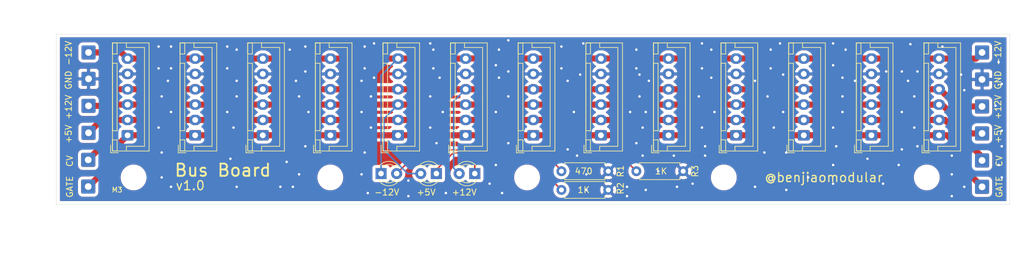
<source format=kicad_pcb>
(kicad_pcb (version 20171130) (host pcbnew 5.1.9+dfsg1-1~bpo10+1)
  (layers (0 F.Cu signal) (31 B.Cu signal) (34 B.Paste user) (35 F.Paste user) (36 B.SilkS user) (37 F.SilkS user) (38 B.Mask user) (39 F.Mask user) (44 Edge.Cuts user))
  (net 0 "")
  (net 1 "Net-(D1-Pad1)")
  (net 2 5V)
  (net 3 POS_12V)
  (net 4 "Net-(D2-Pad1)")
  (net 5 NEG_12V)
  (net 6 "Net-(D3-Pad2)")
  (net 7 GATE)
  (net 8 CV)
  (net 9 GND)
  (module LED_THT:LED_D3.0mm (layer F.Cu) (at 143.234 118.242 180)
    (fp_text reference D1 hide)
    (fp_text value LED)
    (pad 1 thru_hole rect (at 0 0 180) (size 1.8 1.8) (drill 0.9) (layers *.Cu *.Mask) (net 1 "Net-(D1-Pad1)"))
    (pad 2 thru_hole circle (at 2.54 0 180) (size 1.8 1.8) (drill 0.9) (layers *.Cu *.Mask) (net 2 5V))
  )
  (module LED_THT:LED_D3.0mm (layer F.Cu) (at 149.484 118.242 180)
    (fp_text reference D2 hide)
    (fp_text value LED)
    (pad 2 thru_hole circle (at 2.54 0 180) (size 1.8 1.8) (drill 0.9) (layers *.Cu *.Mask) (net 3 POS_12V))
    (pad 1 thru_hole rect (at 0 0 180) (size 1.8 1.8) (drill 0.9) (layers *.Cu *.Mask) (net 4 "Net-(D2-Pad1)"))
  )
  (module LED_THT:LED_D3.0mm (layer F.Cu) (at 134.234 118.242)
    (fp_text reference D3 hide)
    (fp_text value LED)
    (pad 1 thru_hole rect (at 0 0) (size 1.8 1.8) (drill 0.9) (layers *.Cu *.Mask) (net 5 NEG_12V))
    (pad 2 thru_hole circle (at 2.54 0) (size 1.8 1.8) (drill 0.9) (layers *.Cu *.Mask) (net 6 "Net-(D3-Pad2)"))
  )
  (module Connector_JST:JST_XH_B6B-XH-A_1x06_P2.50mm_Vertical (layer F.Cu) (at 93 112 90)
    (fp_text reference J3)
    (fp_text value Conn_01x06)
    (pad 1 thru_hole roundrect (at 0 0 90) (size 1.7 1.95) (drill 0.95) (layers *.Cu *.Mask) (roundrect_rratio 0.1470588235294118) (net 7 GATE))
    (pad 2 thru_hole oval (at 2.5 0 90) (size 1.7 1.95) (drill 0.95) (layers *.Cu *.Mask) (net 8 CV))
    (pad 3 thru_hole oval (at 5 0 90) (size 1.7 1.95) (drill 0.95) (layers *.Cu *.Mask) (net 2 5V))
    (pad 4 thru_hole oval (at 7.5 0 90) (size 1.7 1.95) (drill 0.95) (layers *.Cu *.Mask) (net 3 POS_12V))
    (pad 5 thru_hole oval (at 10 0 90) (size 1.7 1.95) (drill 0.95) (layers *.Cu *.Mask) (net 9 GND))
    (pad 6 thru_hole oval (at 12.5 0 90) (size 1.7 1.95) (drill 0.95) (layers *.Cu *.Mask) (net 5 NEG_12V))
  )
  (module Connector_JST:JST_XH_B6B-XH-A_1x06_P2.50mm_Vertical (layer F.Cu) (at 104 112 90)
    (fp_text reference J4 hide)
    (fp_text value Conn_01x06)
    (pad 6 thru_hole oval (at 12.5 0 90) (size 1.7 1.95) (drill 0.95) (layers *.Cu *.Mask) (net 5 NEG_12V))
    (pad 5 thru_hole oval (at 10 0 90) (size 1.7 1.95) (drill 0.95) (layers *.Cu *.Mask) (net 9 GND))
    (pad 4 thru_hole oval (at 7.5 0 90) (size 1.7 1.95) (drill 0.95) (layers *.Cu *.Mask) (net 3 POS_12V))
    (pad 3 thru_hole oval (at 5 0 90) (size 1.7 1.95) (drill 0.95) (layers *.Cu *.Mask) (net 2 5V))
    (pad 2 thru_hole oval (at 2.5 0 90) (size 1.7 1.95) (drill 0.95) (layers *.Cu *.Mask) (net 8 CV))
    (pad 1 thru_hole roundrect (at 0 0 90) (size 1.7 1.95) (drill 0.95) (layers *.Cu *.Mask) (roundrect_rratio 0.1470588235294118) (net 7 GATE))
  )
  (module Connector_JST:JST_XH_B6B-XH-A_1x06_P2.50mm_Vertical (layer F.Cu) (at 115 112 90)
    (fp_text reference J7 hide)
    (fp_text value Conn_01x06)
    (pad 1 thru_hole roundrect (at 0 0 90) (size 1.7 1.95) (drill 0.95) (layers *.Cu *.Mask) (roundrect_rratio 0.1470588235294118) (net 7 GATE))
    (pad 2 thru_hole oval (at 2.5 0 90) (size 1.7 1.95) (drill 0.95) (layers *.Cu *.Mask) (net 8 CV))
    (pad 3 thru_hole oval (at 5 0 90) (size 1.7 1.95) (drill 0.95) (layers *.Cu *.Mask) (net 2 5V))
    (pad 4 thru_hole oval (at 7.5 0 90) (size 1.7 1.95) (drill 0.95) (layers *.Cu *.Mask) (net 3 POS_12V))
    (pad 5 thru_hole oval (at 10 0 90) (size 1.7 1.95) (drill 0.95) (layers *.Cu *.Mask) (net 9 GND))
    (pad 6 thru_hole oval (at 12.5 0 90) (size 1.7 1.95) (drill 0.95) (layers *.Cu *.Mask) (net 5 NEG_12V))
  )
  (module Connector_JST:JST_XH_B6B-XH-A_1x06_P2.50mm_Vertical (layer F.Cu) (at 181 112 90)
    (fp_text reference J10 hide)
    (fp_text value Conn_01x06)
    (pad 6 thru_hole oval (at 12.5 0 90) (size 1.7 1.95) (drill 0.95) (layers *.Cu *.Mask) (net 5 NEG_12V))
    (pad 5 thru_hole oval (at 10 0 90) (size 1.7 1.95) (drill 0.95) (layers *.Cu *.Mask) (net 9 GND))
    (pad 4 thru_hole oval (at 7.5 0 90) (size 1.7 1.95) (drill 0.95) (layers *.Cu *.Mask) (net 3 POS_12V))
    (pad 3 thru_hole oval (at 5 0 90) (size 1.7 1.95) (drill 0.95) (layers *.Cu *.Mask) (net 2 5V))
    (pad 2 thru_hole oval (at 2.5 0 90) (size 1.7 1.95) (drill 0.95) (layers *.Cu *.Mask) (net 8 CV))
    (pad 1 thru_hole roundrect (at 0 0 90) (size 1.7 1.95) (drill 0.95) (layers *.Cu *.Mask) (roundrect_rratio 0.1470588235294118) (net 7 GATE))
  )
  (module Connector_JST:JST_XH_B6B-XH-A_1x06_P2.50mm_Vertical (layer F.Cu) (at 192 112 90)
    (fp_text reference J13 hide)
    (fp_text value Conn_01x06)
    (pad 1 thru_hole roundrect (at 0 0 90) (size 1.7 1.95) (drill 0.95) (layers *.Cu *.Mask) (roundrect_rratio 0.1470588235294118) (net 7 GATE))
    (pad 2 thru_hole oval (at 2.5 0 90) (size 1.7 1.95) (drill 0.95) (layers *.Cu *.Mask) (net 8 CV))
    (pad 3 thru_hole oval (at 5 0 90) (size 1.7 1.95) (drill 0.95) (layers *.Cu *.Mask) (net 2 5V))
    (pad 4 thru_hole oval (at 7.5 0 90) (size 1.7 1.95) (drill 0.95) (layers *.Cu *.Mask) (net 3 POS_12V))
    (pad 5 thru_hole oval (at 10 0 90) (size 1.7 1.95) (drill 0.95) (layers *.Cu *.Mask) (net 9 GND))
    (pad 6 thru_hole oval (at 12.5 0 90) (size 1.7 1.95) (drill 0.95) (layers *.Cu *.Mask) (net 5 NEG_12V))
  )
  (module Connector_JST:JST_XH_B6B-XH-A_1x06_P2.50mm_Vertical (layer F.Cu) (at 203 112 90)
    (fp_text reference J14 hide)
    (fp_text value Conn_01x06)
    (pad 6 thru_hole oval (at 12.5 0 90) (size 1.7 1.95) (drill 0.95) (layers *.Cu *.Mask) (net 5 NEG_12V))
    (pad 5 thru_hole oval (at 10 0 90) (size 1.7 1.95) (drill 0.95) (layers *.Cu *.Mask) (net 9 GND))
    (pad 4 thru_hole oval (at 7.5 0 90) (size 1.7 1.95) (drill 0.95) (layers *.Cu *.Mask) (net 3 POS_12V))
    (pad 3 thru_hole oval (at 5 0 90) (size 1.7 1.95) (drill 0.95) (layers *.Cu *.Mask) (net 2 5V))
    (pad 2 thru_hole oval (at 2.5 0 90) (size 1.7 1.95) (drill 0.95) (layers *.Cu *.Mask) (net 8 CV))
    (pad 1 thru_hole roundrect (at 0 0 90) (size 1.7 1.95) (drill 0.95) (layers *.Cu *.Mask) (roundrect_rratio 0.1470588235294118) (net 7 GATE))
  )
  (module Connector_JST:JST_XH_B6B-XH-A_1x06_P2.50mm_Vertical (layer F.Cu) (at 214 112 90)
    (fp_text reference J17 hide)
    (fp_text value Conn_01x06)
    (pad 1 thru_hole roundrect (at 0 0 90) (size 1.7 1.95) (drill 0.95) (layers *.Cu *.Mask) (roundrect_rratio 0.1470588235294118) (net 7 GATE))
    (pad 2 thru_hole oval (at 2.5 0 90) (size 1.7 1.95) (drill 0.95) (layers *.Cu *.Mask) (net 8 CV))
    (pad 3 thru_hole oval (at 5 0 90) (size 1.7 1.95) (drill 0.95) (layers *.Cu *.Mask) (net 2 5V))
    (pad 4 thru_hole oval (at 7.5 0 90) (size 1.7 1.95) (drill 0.95) (layers *.Cu *.Mask) (net 3 POS_12V))
    (pad 5 thru_hole oval (at 10 0 90) (size 1.7 1.95) (drill 0.95) (layers *.Cu *.Mask) (net 9 GND))
    (pad 6 thru_hole oval (at 12.5 0 90) (size 1.7 1.95) (drill 0.95) (layers *.Cu *.Mask) (net 5 NEG_12V))
  )
  (module Connector_JST:JST_XH_B6B-XH-A_1x06_P2.50mm_Vertical (layer F.Cu) (at 170 112 90)
    (fp_text reference J18 hide)
    (fp_text value Conn_01x06)
    (pad 6 thru_hole oval (at 12.5 0 90) (size 1.7 1.95) (drill 0.95) (layers *.Cu *.Mask) (net 5 NEG_12V))
    (pad 5 thru_hole oval (at 10 0 90) (size 1.7 1.95) (drill 0.95) (layers *.Cu *.Mask) (net 9 GND))
    (pad 4 thru_hole oval (at 7.5 0 90) (size 1.7 1.95) (drill 0.95) (layers *.Cu *.Mask) (net 3 POS_12V))
    (pad 3 thru_hole oval (at 5 0 90) (size 1.7 1.95) (drill 0.95) (layers *.Cu *.Mask) (net 2 5V))
    (pad 2 thru_hole oval (at 2.5 0 90) (size 1.7 1.95) (drill 0.95) (layers *.Cu *.Mask) (net 8 CV))
    (pad 1 thru_hole roundrect (at 0 0 90) (size 1.7 1.95) (drill 0.95) (layers *.Cu *.Mask) (roundrect_rratio 0.1470588235294118) (net 7 GATE))
  )
  (module Connector_JST:JST_XH_B6B-XH-A_1x06_P2.50mm_Vertical (layer F.Cu) (at 159 112 90)
    (fp_text reference J19 hide)
    (fp_text value Conn_01x06)
    (pad 1 thru_hole roundrect (at 0 0 90) (size 1.7 1.95) (drill 0.95) (layers *.Cu *.Mask) (roundrect_rratio 0.1470588235294118) (net 7 GATE))
    (pad 2 thru_hole oval (at 2.5 0 90) (size 1.7 1.95) (drill 0.95) (layers *.Cu *.Mask) (net 8 CV))
    (pad 3 thru_hole oval (at 5 0 90) (size 1.7 1.95) (drill 0.95) (layers *.Cu *.Mask) (net 2 5V))
    (pad 4 thru_hole oval (at 7.5 0 90) (size 1.7 1.95) (drill 0.95) (layers *.Cu *.Mask) (net 3 POS_12V))
    (pad 5 thru_hole oval (at 10 0 90) (size 1.7 1.95) (drill 0.95) (layers *.Cu *.Mask) (net 9 GND))
    (pad 6 thru_hole oval (at 12.5 0 90) (size 1.7 1.95) (drill 0.95) (layers *.Cu *.Mask) (net 5 NEG_12V))
  )
  (module Connector_JST:JST_XH_B6B-XH-A_1x06_P2.50mm_Vertical (layer F.Cu) (at 225 112 90)
    (fp_text reference J20 hide)
    (fp_text value Conn_01x06)
    (pad 6 thru_hole oval (at 12.5 0 90) (size 1.7 1.95) (drill 0.95) (layers *.Cu *.Mask) (net 5 NEG_12V))
    (pad 5 thru_hole oval (at 10 0 90) (size 1.7 1.95) (drill 0.95) (layers *.Cu *.Mask) (net 9 GND))
    (pad 4 thru_hole oval (at 7.5 0 90) (size 1.7 1.95) (drill 0.95) (layers *.Cu *.Mask) (net 3 POS_12V))
    (pad 3 thru_hole oval (at 5 0 90) (size 1.7 1.95) (drill 0.95) (layers *.Cu *.Mask) (net 2 5V))
    (pad 2 thru_hole oval (at 2.5 0 90) (size 1.7 1.95) (drill 0.95) (layers *.Cu *.Mask) (net 8 CV))
    (pad 1 thru_hole roundrect (at 0 0 90) (size 1.7 1.95) (drill 0.95) (layers *.Cu *.Mask) (roundrect_rratio 0.1470588235294118) (net 7 GATE))
  )
  (module Connector_JST:JST_XH_B6B-XH-A_1x06_P2.50mm_Vertical (layer F.Cu) (at 148 112 90)
    (fp_text reference J21 hide)
    (fp_text value Conn_01x06)
    (pad 1 thru_hole roundrect (at 0 0 90) (size 1.7 1.95) (drill 0.95) (layers *.Cu *.Mask) (roundrect_rratio 0.1470588235294118) (net 7 GATE))
    (pad 2 thru_hole oval (at 2.5 0 90) (size 1.7 1.95) (drill 0.95) (layers *.Cu *.Mask) (net 8 CV))
    (pad 3 thru_hole oval (at 5 0 90) (size 1.7 1.95) (drill 0.95) (layers *.Cu *.Mask) (net 2 5V))
    (pad 4 thru_hole oval (at 7.5 0 90) (size 1.7 1.95) (drill 0.95) (layers *.Cu *.Mask) (net 3 POS_12V))
    (pad 5 thru_hole oval (at 10 0 90) (size 1.7 1.95) (drill 0.95) (layers *.Cu *.Mask) (net 9 GND))
    (pad 6 thru_hole oval (at 12.5 0 90) (size 1.7 1.95) (drill 0.95) (layers *.Cu *.Mask) (net 5 NEG_12V))
  )
  (module Connector_JST:JST_XH_B6B-XH-A_1x06_P2.50mm_Vertical (layer F.Cu) (at 126 112 90)
    (fp_text reference J22 hide)
    (fp_text value Conn_01x06)
    (pad 6 thru_hole oval (at 12.5 0 90) (size 1.7 1.95) (drill 0.95) (layers *.Cu *.Mask) (net 5 NEG_12V))
    (pad 5 thru_hole oval (at 10 0 90) (size 1.7 1.95) (drill 0.95) (layers *.Cu *.Mask) (net 9 GND))
    (pad 4 thru_hole oval (at 7.5 0 90) (size 1.7 1.95) (drill 0.95) (layers *.Cu *.Mask) (net 3 POS_12V))
    (pad 3 thru_hole oval (at 5 0 90) (size 1.7 1.95) (drill 0.95) (layers *.Cu *.Mask) (net 2 5V))
    (pad 2 thru_hole oval (at 2.5 0 90) (size 1.7 1.95) (drill 0.95) (layers *.Cu *.Mask) (net 8 CV))
    (pad 1 thru_hole roundrect (at 0 0 90) (size 1.7 1.95) (drill 0.95) (layers *.Cu *.Mask) (roundrect_rratio 0.1470588235294118) (net 7 GATE))
  )
  (module Connector_JST:JST_XH_B6B-XH-A_1x06_P2.50mm_Vertical (layer F.Cu) (at 137 112 90)
    (fp_text reference J23 hide)
    (fp_text value Conn_01x06)
    (pad 1 thru_hole roundrect (at 0 0 90) (size 1.7 1.95) (drill 0.95) (layers *.Cu *.Mask) (roundrect_rratio 0.1470588235294118) (net 7 GATE))
    (pad 2 thru_hole oval (at 2.5 0 90) (size 1.7 1.95) (drill 0.95) (layers *.Cu *.Mask) (net 8 CV))
    (pad 3 thru_hole oval (at 5 0 90) (size 1.7 1.95) (drill 0.95) (layers *.Cu *.Mask) (net 2 5V))
    (pad 4 thru_hole oval (at 7.5 0 90) (size 1.7 1.95) (drill 0.95) (layers *.Cu *.Mask) (net 3 POS_12V))
    (pad 5 thru_hole oval (at 10 0 90) (size 1.7 1.95) (drill 0.95) (layers *.Cu *.Mask) (net 9 GND))
    (pad 6 thru_hole oval (at 12.5 0 90) (size 1.7 1.95) (drill 0.95) (layers *.Cu *.Mask) (net 5 NEG_12V))
  )
  (module benjiaomodular:Resistor_L6.3mm_D2.5mm_P7.62mm_Horizontal (layer F.Cu) (at 171.196 117.856 180)
    (fp_text reference R1 (at -2 0 270) (layer F.SilkS))
    (fp_text value 470 (at 4 0) (layer F.SilkS))
    (pad 1 thru_hole circle (at 0 0 180) (size 1.6 1.6) (drill 0.8) (layers *.Cu *.Mask) (net 9 GND))
    (pad 2 thru_hole oval (at 7.62 0 180) (size 1.6 1.6) (drill 0.8) (layers *.Cu *.Mask) (net 1 "Net-(D1-Pad1)"))
  )
  (module benjiaomodular:Resistor_L6.3mm_D2.5mm_P7.62mm_Horizontal (layer F.Cu) (at 171.196 120.904 180)
    (fp_text reference R2 (at -2 0.25 270) (layer F.SilkS))
    (fp_text value 1K (at 4 0) (layer F.SilkS))
    (pad 2 thru_hole oval (at 7.62 0 180) (size 1.6 1.6) (drill 0.8) (layers *.Cu *.Mask) (net 4 "Net-(D2-Pad1)"))
    (pad 1 thru_hole circle (at 0 0 180) (size 1.6 1.6) (drill 0.8) (layers *.Cu *.Mask) (net 9 GND))
  )
  (module benjiaomodular:Resistor_L6.3mm_D2.5mm_P7.62mm_Horizontal (layer F.Cu) (at 183.388 117.856 180)
    (fp_text reference R3 (at -1.925 0 270) (layer F.SilkS))
    (fp_text value 1K (at 3.6 0) (layer F.SilkS))
    (pad 2 thru_hole oval (at 7.62 0 180) (size 1.6 1.6) (drill 0.8) (layers *.Cu *.Mask) (net 6 "Net-(D3-Pad2)"))
    (pad 1 thru_hole circle (at 0 0 180) (size 1.6 1.6) (drill 0.8) (layers *.Cu *.Mask) (net 9 GND))
  )
  (module MountingHole:MountingHole_3.2mm_M3 (layer F.Cu) (at 93.98 118.872)
    (fp_text reference H1 hide)
    (fp_text value M3)
    (pad 1 np_thru_hole circle (at 0 0) (size 3.2 3.2) (drill 3.2) (layers *.Cu *.Mask))
  )
  (module MountingHole:MountingHole_3.2mm_M3 (layer F.Cu) (at 125.984 118.872)
    (fp_text reference H2 hide)
    (fp_text value M3)
    (pad 1 np_thru_hole circle (at 0 0) (size 3.2 3.2) (drill 3.2) (layers *.Cu *.Mask))
  )
  (module MountingHole:MountingHole_3.2mm_M3 (layer F.Cu) (at 157.988 118.872)
    (fp_text reference H3 hide)
    (fp_text value M3)
    (pad 1 np_thru_hole circle (at 0 0) (size 3.2 3.2) (drill 3.2) (layers *.Cu *.Mask))
  )
  (module MountingHole:MountingHole_3.2mm_M3 (layer F.Cu) (at 189.992 118.872)
    (fp_text reference H4 hide)
    (fp_text value M3)
    (pad 1 np_thru_hole circle (at 0 0) (size 3.2 3.2) (drill 3.2) (layers *.Cu *.Mask))
  )
  (module MountingHole:MountingHole_3.2mm_M3 (layer F.Cu) (at 223.012 118.872)
    (fp_text reference H5 hide)
    (fp_text value M3)
    (pad 1 np_thru_hole circle (at 0 0) (size 3.2 3.2) (drill 3.2) (layers *.Cu *.Mask))
  )
  (module Connector_Wire:SolderWire-0.5sqmm_1x01_D0.9mm_OD2.3mm (layer F.Cu) (at 86.65 111.6 270)
    (fp_text reference J1 hide)
    (fp_text value 5V_IN hide)
    (pad 1 thru_hole roundrect (at 0 0 270) (size 2.3 2.3) (drill 1.1) (layers *.Cu *.Mask) (roundrect_rratio 0.108695652173913) (net 2 5V))
  )
  (module Connector_Wire:SolderWire-0.5sqmm_1x01_D0.9mm_OD2.3mm (layer F.Cu) (at 232 111.7 270)
    (fp_text reference J2 hide)
    (fp_text value 5V_OUT)
    (pad 1 thru_hole roundrect (at 0 0 270) (size 2.3 2.3) (drill 1.1) (layers *.Cu *.Mask) (roundrect_rratio 0.108695652173913) (net 2 5V))
  )
  (module Connector_Wire:SolderWire-0.5sqmm_1x01_D0.9mm_OD2.3mm (layer F.Cu) (at 86.6 120.36 270)
    (fp_text reference J5 hide)
    (fp_text value GATE_IN hide)
    (pad 1 thru_hole roundrect (at 0 0 270) (size 2.3 2.3) (drill 1.1) (layers *.Cu *.Mask) (roundrect_rratio 0.108695652173913) (net 7 GATE))
  )
  (module Connector_Wire:SolderWire-0.5sqmm_1x01_D0.9mm_OD2.3mm (layer F.Cu) (at 232 120.4 270)
    (fp_text reference J6 hide)
    (fp_text value GATE_OUT)
    (pad 1 thru_hole roundrect (at 0 0 270) (size 2.3 2.3) (drill 1.1) (layers *.Cu *.Mask) (roundrect_rratio 0.108695652173913) (net 7 GATE))
  )
  (module Connector_Wire:SolderWire-0.5sqmm_1x01_D0.9mm_OD2.3mm (layer F.Cu) (at 86.65 107.2 270)
    (fp_text reference J8 hide)
    (fp_text value POS_12V_IN hide)
    (pad 1 thru_hole roundrect (at 0 0 270) (size 2.3 2.3) (drill 1.1) (layers *.Cu *.Mask) (roundrect_rratio 0.108695652173913) (net 3 POS_12V))
  )
  (module Connector_Wire:SolderWire-0.5sqmm_1x01_D0.9mm_OD2.3mm (layer F.Cu) (at 232 107.3 270)
    (fp_text reference J9 hide)
    (fp_text value POS_12V_OUT)
    (pad 1 thru_hole roundrect (at 0 0 270) (size 2.3 2.3) (drill 1.1) (layers *.Cu *.Mask) (roundrect_rratio 0.108695652173913) (net 3 POS_12V))
  )
  (module Connector_Wire:SolderWire-0.5sqmm_1x01_D0.9mm_OD2.3mm (layer F.Cu) (at 86.6 116 90)
    (fp_text reference J11 hide)
    (fp_text value CV_IN hide)
    (pad 1 thru_hole roundrect (at 0 0 90) (size 2.3 2.3) (drill 1.1) (layers *.Cu *.Mask) (roundrect_rratio 0.108695652173913) (net 8 CV))
  )
  (module Connector_Wire:SolderWire-0.5sqmm_1x01_D0.9mm_OD2.3mm (layer F.Cu) (at 232 116.1 270)
    (fp_text reference J12 hide)
    (fp_text value CV_OUT)
    (pad 1 thru_hole roundrect (at 0 0 270) (size 2.3 2.3) (drill 1.1) (layers *.Cu *.Mask) (roundrect_rratio 0.108695652173913) (net 8 CV))
  )
  (module Connector_Wire:SolderWire-0.5sqmm_1x01_D0.9mm_OD2.3mm (layer F.Cu) (at 86.65 98.5 270)
    (fp_text reference J15 hide)
    (fp_text value NEG_12V_IN hide)
    (pad 1 thru_hole roundrect (at 0 0 270) (size 2.3 2.3) (drill 1.1) (layers *.Cu *.Mask) (roundrect_rratio 0.108695652173913) (net 5 NEG_12V))
  )
  (module Connector_Wire:SolderWire-0.5sqmm_1x01_D0.9mm_OD2.3mm (layer F.Cu) (at 232 98.5 270)
    (fp_text reference J16 hide)
    (fp_text value NEG_12_OUT)
    (pad 1 thru_hole roundrect (at 0 0 270) (size 2.3 2.3) (drill 1.1) (layers *.Cu *.Mask) (roundrect_rratio 0.108695652173913) (net 5 NEG_12V))
  )
  (module Connector_Wire:SolderWire-0.5sqmm_1x01_D0.9mm_OD2.3mm (layer F.Cu) (at 86.65 102.8 270)
    (fp_text reference J24 hide)
    (fp_text value GND_IN hide)
    (pad 1 thru_hole roundrect (at 0 0 270) (size 2.3 2.3) (drill 1.1) (layers *.Cu *.Mask) (roundrect_rratio 0.108695652173913) (net 9 GND))
  )
  (module Connector_Wire:SolderWire-0.5sqmm_1x01_D0.9mm_OD2.3mm (layer F.Cu) (at 232 102.9 270)
    (fp_text reference J25 hide)
    (fp_text value GND_OUT)
    (pad 1 thru_hole roundrect (at 0 0 270) (size 2.3 2.3) (drill 1.1) (layers *.Cu *.Mask) (roundrect_rratio 0.108695652173913) (net 9 GND))
  )
  (gr_text +12V (at 147.784 121.292) (layer F.SilkS) (effects (font (size 1 1))))
  (gr_text +5V (at 141.584 121.292) (layer F.SilkS) (effects (font (size 1 1))))
  (gr_text -12V (at 135.184 121.292) (layer F.SilkS) (effects (font (size 1 1))))
  (gr_text v1.0 (at 103.2 120.2) (layer F.SilkS) (effects (font (size 1.5 1.5) (thickness 0.2))))
  (gr_text GATE (at 83.6 120.4 90) (layer F.SilkS) (effects (font (size 1 1))))
  (gr_text +5V (at 83.4 111.8 90) (layer F.SilkS) (effects (font (size 1 1))))
  (gr_text -12V (at 83.4 98.6 90) (layer F.SilkS) (effects (font (size 1 1))))
  (gr_text CV (at 83.6 116.2 90) (layer F.SilkS) (effects (font (size 1 1))))
  (gr_text +12V (at 83.4 107.4 90) (layer F.SilkS) (effects (font (size 1 1))))
  (gr_text GND (at 83.4 103 90) (layer F.SilkS) (effects (font (size 1 1))))
  (gr_text GATE (at 234.8 120.4 90) (layer F.SilkS) (effects (font (size 1 1))))
  (gr_text CV (at 234.8 116.2 90) (layer F.SilkS) (effects (font (size 1 1))))
  (gr_text +5V (at 234.6 111.8 90) (layer F.SilkS) (effects (font (size 1 1))))
  (gr_text -12V (at 234.6 98.6 90) (layer F.SilkS) (effects (font (size 1 1))))
  (gr_text GND (at 234.6 103 90) (layer F.SilkS) (effects (font (size 1 1))))
  (gr_text +12V (at 234.6 107.4 90) (layer F.SilkS) (effects (font (size 1 1))))
  (gr_text "Bus Board" (at 108.5 117.7) (layer F.SilkS) (effects (font (size 2 2) (thickness 0.3))))
  (gr_text M3 (at 91.3 120.9) (layer F.SilkS) (effects (font (size 0.8 0.8) (thickness 0.14))))
  (gr_text @benjiaomodular (at 206.248 118.872) (layer F.SilkS) (effects (font (size 1.5 1.5) (thickness 0.2))))
  (gr_line (start 236.5 95.5) (end 81.4 95.5) (layer Edge.Cuts) (width 0.05))
  (gr_line (start 236.5 123.25) (end 236.5 95.5) (layer Edge.Cuts) (width 0.05))
  (gr_line (start 81.4 123.25) (end 236.5 123.25) (layer Edge.Cuts) (width 0.05))
  (gr_line (start 81.4 95.5) (end 81.4 123.25) (layer Edge.Cuts) (width 0.05))
  (segment (start 143.234 117.6) (end 143.234 118.242) (width 0.25) (layer F.Cu) (net 1))
  (segment (start 145.968011 114.865989) (end 143.234 117.6) (width 0.25) (layer F.Cu) (net 1))
  (segment (start 160.712989 114.865989) (end 145.968011 114.865989) (width 0.25) (layer F.Cu) (net 1))
  (segment (start 163.576 117.856) (end 163.576 117.729) (width 0.25) (layer F.Cu) (net 1))
  (segment (start 163.576 117.729) (end 160.712989 114.865989) (width 0.25) (layer F.Cu) (net 1))
  (segment (start 225 107) (end 93 107) (width 1) (layer F.Cu) (net 2))
  (segment (start 134.689011 109.310989) (end 134.689011 114.369011) (width 0.25) (layer B.Cu) (net 2))
  (segment (start 134.689011 114.369011) (end 138.562 118.242) (width 0.25) (layer B.Cu) (net 2))
  (segment (start 138.562 118.242) (end 139.421208 118.242) (width 0.25) (layer B.Cu) (net 2))
  (segment (start 139.421208 118.242) (end 140.694 118.242) (width 0.25) (layer B.Cu) (net 2))
  (segment (start 137 107) (end 134.689011 109.310989) (width 0.25) (layer B.Cu) (net 2))
  (segment (start 91.247 107) (end 93 107) (width 1) (layer F.Cu) (net 2))
  (segment (start 86.65 111.6) (end 86.65 111.597) (width 1) (layer F.Cu) (net 2))
  (segment (start 86.65 111.597) (end 91.247 107) (width 1) (layer F.Cu) (net 2))
  (segment (start 230.191 111.7) (end 232 111.7) (width 1) (layer F.Cu) (net 2))
  (segment (start 225 107) (end 225.491 107) (width 1) (layer F.Cu) (net 2))
  (segment (start 225.491 107) (end 230.191 111.7) (width 1) (layer F.Cu) (net 2))
  (segment (start 146.044001 117.342001) (end 146.944 118.242) (width 0.25) (layer B.Cu) (net 3))
  (segment (start 148 104.5) (end 146.044001 106.455999) (width 0.25) (layer B.Cu) (net 3))
  (segment (start 146.044001 106.455999) (end 146.044001 117.342001) (width 0.25) (layer B.Cu) (net 3))
  (segment (start 91.461 104.5) (end 93 104.5) (width 1) (layer F.Cu) (net 3))
  (segment (start 86.65 107.2) (end 88.761 107.2) (width 1) (layer F.Cu) (net 3))
  (segment (start 88.761 107.2) (end 91.461 104.5) (width 1) (layer F.Cu) (net 3))
  (segment (start 227.95 107.3) (end 232 107.3) (width 1) (layer F.Cu) (net 3))
  (segment (start 225 104.5) (end 225.15 104.5) (width 1) (layer F.Cu) (net 3))
  (segment (start 225.15 104.5) (end 227.95 107.3) (width 1) (layer F.Cu) (net 3))
  (segment (start 225 104.5) (end 93 104.5) (width 1) (layer F.Cu) (net 3))
  (segment (start 162.179 119.507) (end 163.576 120.904) (width 0.25) (layer F.Cu) (net 4))
  (segment (start 162.179 117.094) (end 162.179 119.507) (width 0.25) (layer F.Cu) (net 4))
  (segment (start 160.401 115.316) (end 162.179 117.094) (width 0.25) (layer F.Cu) (net 4))
  (segment (start 151.13 115.316) (end 160.401 115.316) (width 0.25) (layer F.Cu) (net 4))
  (segment (start 149.484 118.242) (end 149.484 116.962) (width 0.25) (layer F.Cu) (net 4))
  (segment (start 149.484 116.962) (end 151.13 115.316) (width 0.25) (layer F.Cu) (net 4))
  (segment (start 134.234 118.242) (end 134.234 117.6) (width 0.25) (layer B.Cu) (net 5))
  (segment (start 231 99.5) (end 232 98.5) (width 1) (layer F.Cu) (net 5))
  (segment (start 225 99.5) (end 231 99.5) (width 1) (layer F.Cu) (net 5))
  (segment (start 92 98.5) (end 93 99.5) (width 1) (layer F.Cu) (net 5))
  (segment (start 86.65 98.5) (end 92 98.5) (width 1) (layer F.Cu) (net 5))
  (segment (start 103.983999 99.483999) (end 104 99.5) (width 1) (layer F.Cu) (net 5))
  (segment (start 99.531998 99.5) (end 99.547999 99.483999) (width 1) (layer F.Cu) (net 5))
  (segment (start 99.547999 99.483999) (end 103.983999 99.483999) (width 1) (layer F.Cu) (net 5))
  (segment (start 93 99.5) (end 99.531998 99.5) (width 1) (layer F.Cu) (net 5))
  (segment (start 104 99.5) (end 137 99.5) (width 1) (layer F.Cu) (net 5))
  (segment (start 134.239 118.237) (end 134.234 118.242) (width 0.25) (layer B.Cu) (net 5))
  (segment (start 134.239 102.235) (end 134.239 118.237) (width 0.25) (layer B.Cu) (net 5))
  (segment (start 137 99.5) (end 136.974 99.5) (width 0.25) (layer B.Cu) (net 5))
  (segment (start 136.974 99.5) (end 134.239 102.235) (width 0.25) (layer B.Cu) (net 5))
  (segment (start 148 99.5) (end 137 99.5) (width 1) (layer F.Cu) (net 5))
  (segment (start 213.983999 99.483999) (end 214 99.5) (width 1) (layer F.Cu) (net 5))
  (segment (start 148.016001 99.483999) (end 213.983999 99.483999) (width 1) (layer F.Cu) (net 5))
  (segment (start 148 99.5) (end 148.016001 99.483999) (width 1) (layer F.Cu) (net 5))
  (segment (start 225 99.5) (end 214 99.5) (width 1) (layer F.Cu) (net 5))
  (segment (start 161.088478 114.415978) (end 162.8775 116.205) (width 0.25) (layer F.Cu) (net 6))
  (segment (start 174.117 116.205) (end 175.768 117.856) (width 0.25) (layer F.Cu) (net 6))
  (segment (start 162.8775 116.205) (end 174.117 116.205) (width 0.25) (layer F.Cu) (net 6))
  (segment (start 136.774 118.242) (end 140.600022 114.415978) (width 0.25) (layer F.Cu) (net 6))
  (segment (start 140.600022 114.415978) (end 161.088478 114.415978) (width 0.25) (layer F.Cu) (net 6))
  (segment (start 225 112) (end 93 112) (width 1) (layer F.Cu) (net 7))
  (segment (start 89.408 117.602) (end 86.65 120.36) (width 1) (layer F.Cu) (net 7))
  (segment (start 86.65 120.36) (end 86.6 120.36) (width 1) (layer F.Cu) (net 7))
  (segment (start 93 112) (end 89.408 115.592) (width 1) (layer F.Cu) (net 7))
  (segment (start 89.408 115.592) (end 89.408 117.602) (width 1) (layer F.Cu) (net 7))
  (segment (start 228.854 114.554) (end 228.854 117.254) (width 1) (layer F.Cu) (net 7))
  (segment (start 225 112) (end 226.3 112) (width 1) (layer F.Cu) (net 7))
  (segment (start 228.854 117.254) (end 232 120.4) (width 1) (layer F.Cu) (net 7))
  (segment (start 226.3 112) (end 228.854 114.554) (width 1) (layer F.Cu) (net 7))
  (segment (start 225 109.5) (end 93 109.5) (width 1) (layer F.Cu) (net 8))
  (segment (start 86.6 115.965) (end 86.6 116) (width 1) (layer F.Cu) (net 8))
  (segment (start 89.408 113.157) (end 86.6 115.965) (width 1) (layer F.Cu) (net 8))
  (segment (start 89.408 111.379) (end 89.408 113.157) (width 1) (layer F.Cu) (net 8))
  (segment (start 93 109.5) (end 91.287 109.5) (width 1) (layer F.Cu) (net 8))
  (segment (start 91.287 109.5) (end 89.408 111.379) (width 1) (layer F.Cu) (net 8))
  (segment (start 232 115.541) (end 232 116.1) (width 1) (layer F.Cu) (net 8))
  (segment (start 225 109.5) (end 225.959 109.5) (width 1) (layer F.Cu) (net 8))
  (segment (start 225.959 109.5) (end 232 115.541) (width 1) (layer F.Cu) (net 8))
  (via (at 109.22 101.092) (size 0.8) (drill 0.4) (layers F.Cu B.Cu) (net 9))
  (via (at 110.744 103.124) (size 0.8) (drill 0.4) (layers F.Cu B.Cu) (net 9))
  (via (at 110.744 105.664) (size 0.8) (drill 0.4) (layers F.Cu B.Cu) (net 9))
  (via (at 109.22 108.204) (size 0.8) (drill 0.4) (layers F.Cu B.Cu) (net 9))
  (via (at 110.236 110.744) (size 0.8) (drill 0.4) (layers F.Cu B.Cu) (net 9))
  (via (at 98.044 101.092) (size 0.8) (drill 0.4) (layers F.Cu B.Cu) (net 9))
  (via (at 99.568 103.124) (size 0.8) (drill 0.4) (layers F.Cu B.Cu) (net 9))
  (via (at 98.552 105.664) (size 0.8) (drill 0.4) (layers F.Cu B.Cu) (net 9))
  (via (at 100.076 108.204) (size 0.8) (drill 0.4) (layers F.Cu B.Cu) (net 9))
  (via (at 98.044 110.744) (size 0.8) (drill 0.4) (layers F.Cu B.Cu) (net 9))
  (via (at 98.552 114.808) (size 0.8) (drill 0.4) (layers F.Cu B.Cu) (net 9))
  (via (at 98.552 118.872) (size 0.8) (drill 0.4) (layers F.Cu B.Cu) (net 9))
  (via (at 100.076 120.396) (size 0.8) (drill 0.4) (layers F.Cu B.Cu) (net 9))
  (via (at 110.744 120.396) (size 0.8) (drill 0.4) (layers F.Cu B.Cu) (net 9))
  (via (at 109.728 115.824) (size 0.8) (drill 0.4) (layers F.Cu B.Cu) (net 9))
  (via (at 118.872 116.332) (size 0.8) (drill 0.4) (layers F.Cu B.Cu) (net 9))
  (via (at 117.856 120.396) (size 0.8) (drill 0.4) (layers F.Cu B.Cu) (net 9))
  (via (at 119.888 120.396) (size 0.8) (drill 0.4) (layers F.Cu B.Cu) (net 9))
  (via (at 120.904 118.364) (size 0.8) (drill 0.4) (layers F.Cu B.Cu) (net 9))
  (via (at 121.92 113.792) (size 0.8) (drill 0.4) (layers F.Cu B.Cu) (net 9))
  (via (at 120.904 105.664) (size 0.8) (drill 0.4) (layers F.Cu B.Cu) (net 9))
  (via (at 122.428 108.204) (size 0.8) (drill 0.4) (layers F.Cu B.Cu) (net 9))
  (via (at 120.396 103.124) (size 0.8) (drill 0.4) (layers F.Cu B.Cu) (net 9))
  (via (at 121.92 101.6) (size 0.8) (drill 0.4) (layers F.Cu B.Cu) (net 9))
  (via (at 131.064 103.124) (size 0.8) (drill 0.4) (layers F.Cu B.Cu) (net 9))
  (via (at 133.096 102.616) (size 0.8) (drill 0.4) (layers F.Cu B.Cu) (net 9))
  (via (at 131.572 101.092) (size 0.8) (drill 0.4) (layers F.Cu B.Cu) (net 9))
  (via (at 132.588 105.664) (size 0.8) (drill 0.4) (layers F.Cu B.Cu) (net 9))
  (via (at 131.064 108.204) (size 0.8) (drill 0.4) (layers F.Cu B.Cu) (net 9))
  (via (at 132.588 110.744) (size 0.8) (drill 0.4) (layers F.Cu B.Cu) (net 9))
  (via (at 131.572 114.808) (size 0.8) (drill 0.4) (layers F.Cu B.Cu) (net 9))
  (via (at 131.064 118.364) (size 0.8) (drill 0.4) (layers F.Cu B.Cu) (net 9))
  (via (at 132.08 121.412) (size 0.8) (drill 0.4) (layers F.Cu B.Cu) (net 9))
  (via (at 152.908 116.84) (size 0.8) (drill 0.4) (layers F.Cu B.Cu) (net 9))
  (via (at 151.892 119.888) (size 0.8) (drill 0.4) (layers F.Cu B.Cu) (net 9))
  (via (at 153.924 121.412) (size 0.8) (drill 0.4) (layers F.Cu B.Cu) (net 9))
  (via (at 144.78 121.412) (size 0.8) (drill 0.4) (layers F.Cu B.Cu) (net 9))
  (via (at 138.684 121.92) (size 0.8) (drill 0.4) (layers F.Cu B.Cu) (net 9))
  (via (at 138.684 119.38) (size 0.8) (drill 0.4) (layers F.Cu B.Cu) (net 9))
  (via (at 143.256 113.284) (size 0.8) (drill 0.4) (layers F.Cu B.Cu) (net 9))
  (via (at 142.24 110.744) (size 0.8) (drill 0.4) (layers F.Cu B.Cu) (net 9))
  (via (at 144.272 108.204) (size 0.8) (drill 0.4) (layers F.Cu B.Cu) (net 9))
  (via (at 142.24 105.664) (size 0.8) (drill 0.4) (layers F.Cu B.Cu) (net 9))
  (via (at 143.764 102.616) (size 0.8) (drill 0.4) (layers F.Cu B.Cu) (net 9))
  (via (at 142.748 101.092) (size 0.8) (drill 0.4) (layers F.Cu B.Cu) (net 9))
  (via (at 152.908 100.584) (size 0.8) (drill 0.4) (layers F.Cu B.Cu) (net 9))
  (via (at 154.94 101.6) (size 0.8) (drill 0.4) (layers F.Cu B.Cu) (net 9))
  (via (at 153.416 102.616) (size 0.8) (drill 0.4) (layers F.Cu B.Cu) (net 9))
  (via (at 154.94 96.52) (size 0.8) (drill 0.4) (layers F.Cu B.Cu) (net 9))
  (via (at 153.416 98.044) (size 0.8) (drill 0.4) (layers F.Cu B.Cu) (net 9))
  (via (at 142.748 98.044) (size 0.8) (drill 0.4) (layers F.Cu B.Cu) (net 9))
  (via (at 142.24 97.028) (size 0.8) (drill 0.4) (layers F.Cu B.Cu) (net 9))
  (via (at 131.572 97.536) (size 0.8) (drill 0.4) (layers F.Cu B.Cu) (net 9))
  (via (at 133.096 97.028) (size 0.8) (drill 0.4) (layers F.Cu B.Cu) (net 9))
  (via (at 119.38 98.044) (size 0.8) (drill 0.4) (layers F.Cu B.Cu) (net 9))
  (via (at 121.92 97.536) (size 0.8) (drill 0.4) (layers F.Cu B.Cu) (net 9))
  (via (at 110.744 98.044) (size 0.8) (drill 0.4) (layers F.Cu B.Cu) (net 9))
  (via (at 109.22 97.536) (size 0.8) (drill 0.4) (layers F.Cu B.Cu) (net 9))
  (via (at 100.076 97.536) (size 0.8) (drill 0.4) (layers F.Cu B.Cu) (net 9))
  (via (at 98.044 97.536) (size 0.8) (drill 0.4) (layers F.Cu B.Cu) (net 9))
  (via (at 165.608 108.204) (size 0.8) (drill 0.4) (layers F.Cu B.Cu) (net 9))
  (via (at 152.908 108.204) (size 0.8) (drill 0.4) (layers F.Cu B.Cu) (net 9))
  (via (at 154.94 105.664) (size 0.8) (drill 0.4) (layers F.Cu B.Cu) (net 9))
  (via (at 154.94 113.284) (size 0.8) (drill 0.4) (layers F.Cu B.Cu) (net 9))
  (via (at 166.624 102.108) (size 0.8) (drill 0.4) (layers F.Cu B.Cu) (net 9))
  (via (at 164.592 103.124) (size 0.8) (drill 0.4) (layers F.Cu B.Cu) (net 9))
  (via (at 163.576 101.092) (size 0.8) (drill 0.4) (layers F.Cu B.Cu) (net 9))
  (via (at 175.768 101.092) (size 0.8) (drill 0.4) (layers F.Cu B.Cu) (net 9))
  (via (at 176.276 102.108) (size 0.8) (drill 0.4) (layers F.Cu B.Cu) (net 9))
  (via (at 177.8 103.124) (size 0.8) (drill 0.4) (layers F.Cu B.Cu) (net 9))
  (via (at 176.276 105.664) (size 0.8) (drill 0.4) (layers F.Cu B.Cu) (net 9))
  (via (at 174.752 108.204) (size 0.8) (drill 0.4) (layers F.Cu B.Cu) (net 9))
  (via (at 177.292 108.204) (size 0.8) (drill 0.4) (layers F.Cu B.Cu) (net 9))
  (via (at 176.784 110.744) (size 0.8) (drill 0.4) (layers F.Cu B.Cu) (net 9))
  (via (at 175.768 113.284) (size 0.8) (drill 0.4) (layers F.Cu B.Cu) (net 9))
  (via (at 176.784 115.316) (size 0.8) (drill 0.4) (layers F.Cu B.Cu) (net 9))
  (via (at 164.592 114.3) (size 0.8) (drill 0.4) (layers F.Cu B.Cu) (net 9))
  (via (at 166.116 115.316) (size 0.8) (drill 0.4) (layers F.Cu B.Cu) (net 9))
  (via (at 167.64 118.364) (size 0.8) (drill 0.4) (layers F.Cu B.Cu) (net 9))
  (via (at 167.64 120.904) (size 0.8) (drill 0.4) (layers F.Cu B.Cu) (net 9))
  (via (at 177.292 120.904) (size 0.8) (drill 0.4) (layers F.Cu B.Cu) (net 9))
  (via (at 182.372 120.396) (size 0.8) (drill 0.4) (layers F.Cu B.Cu) (net 9))
  (via (at 174.244 121.92) (size 0.8) (drill 0.4) (layers F.Cu B.Cu) (net 9))
  (via (at 174.244 120.396) (size 0.8) (drill 0.4) (layers F.Cu B.Cu) (net 9))
  (via (at 179.324 117.856) (size 0.8) (drill 0.4) (layers F.Cu B.Cu) (net 9))
  (via (at 181.864 115.316) (size 0.8) (drill 0.4) (layers F.Cu B.Cu) (net 9))
  (via (at 186.944 115.316) (size 0.8) (drill 0.4) (layers F.Cu B.Cu) (net 9))
  (via (at 186.944 113.792) (size 0.8) (drill 0.4) (layers F.Cu B.Cu) (net 9))
  (via (at 184.912 119.888) (size 0.8) (drill 0.4) (layers F.Cu B.Cu) (net 9))
  (via (at 186.436 110.744) (size 0.8) (drill 0.4) (layers F.Cu B.Cu) (net 9))
  (via (at 188.468 108.204) (size 0.8) (drill 0.4) (layers F.Cu B.Cu) (net 9))
  (via (at 185.928 105.664) (size 0.8) (drill 0.4) (layers F.Cu B.Cu) (net 9))
  (via (at 187.96 102.616) (size 0.8) (drill 0.4) (layers F.Cu B.Cu) (net 9))
  (via (at 186.436 101.092) (size 0.8) (drill 0.4) (layers F.Cu B.Cu) (net 9))
  (via (at 197.612 101.092) (size 0.8) (drill 0.4) (layers F.Cu B.Cu) (net 9))
  (via (at 199.644 102.108) (size 0.8) (drill 0.4) (layers F.Cu B.Cu) (net 9))
  (via (at 195.072 103.124) (size 0.8) (drill 0.4) (layers F.Cu B.Cu) (net 9))
  (via (at 197.104 105.664) (size 0.8) (drill 0.4) (layers F.Cu B.Cu) (net 9))
  (via (at 199.644 108.204) (size 0.8) (drill 0.4) (layers F.Cu B.Cu) (net 9))
  (via (at 198.12 110.744) (size 0.8) (drill 0.4) (layers F.Cu B.Cu) (net 9))
  (via (at 196.596 114.808) (size 0.8) (drill 0.4) (layers F.Cu B.Cu) (net 9))
  (via (at 200.152 114.808) (size 0.8) (drill 0.4) (layers F.Cu B.Cu) (net 9))
  (via (at 195.072 120.396) (size 0.8) (drill 0.4) (layers F.Cu B.Cu) (net 9))
  (via (at 208.28 113.792) (size 0.8) (drill 0.4) (layers F.Cu B.Cu) (net 9))
  (via (at 207.772 116.84) (size 0.8) (drill 0.4) (layers F.Cu B.Cu) (net 9))
  (via (at 203.708 118.872) (size 0.8) (drill 0.4) (layers F.Cu B.Cu) (net 9))
  (via (at 215.9 119.888) (size 0.8) (drill 0.4) (layers F.Cu B.Cu) (net 9))
  (via (at 218.44 116.84) (size 0.8) (drill 0.4) (layers F.Cu B.Cu) (net 9))
  (via (at 207.772 119.888) (size 0.8) (drill 0.4) (layers F.Cu B.Cu) (net 9))
  (via (at 200.152 120.904) (size 0.8) (drill 0.4) (layers F.Cu B.Cu) (net 9))
  (via (at 213.36 115.824) (size 0.8) (drill 0.4) (layers F.Cu B.Cu) (net 9))
  (via (at 221.488 113.792) (size 0.8) (drill 0.4) (layers F.Cu B.Cu) (net 9))
  (via (at 218.948 114.3) (size 0.8) (drill 0.4) (layers F.Cu B.Cu) (net 9))
  (via (at 207.772 110.744) (size 0.8) (drill 0.4) (layers F.Cu B.Cu) (net 9))
  (via (at 209.296 108.204) (size 0.8) (drill 0.4) (layers F.Cu B.Cu) (net 9))
  (via (at 209.296 105.664) (size 0.8) (drill 0.4) (layers F.Cu B.Cu) (net 9))
  (via (at 209.296 102.616) (size 0.8) (drill 0.4) (layers F.Cu B.Cu) (net 9))
  (via (at 211.328 103.124) (size 0.8) (drill 0.4) (layers F.Cu B.Cu) (net 9))
  (via (at 207.772 100.584) (size 0.8) (drill 0.4) (layers F.Cu B.Cu) (net 9))
  (via (at 216.408 101.6) (size 0.8) (drill 0.4) (layers F.Cu B.Cu) (net 9))
  (via (at 218.948 101.6) (size 0.8) (drill 0.4) (layers F.Cu B.Cu) (net 9))
  (via (at 219.964 103.124) (size 0.8) (drill 0.4) (layers F.Cu B.Cu) (net 9))
  (via (at 221.488 101.6) (size 0.8) (drill 0.4) (layers F.Cu B.Cu) (net 9))
  (via (at 220.98 105.664) (size 0.8) (drill 0.4) (layers F.Cu B.Cu) (net 9))
  (via (at 218.948 108.204) (size 0.8) (drill 0.4) (layers F.Cu B.Cu) (net 9))
  (via (at 220.98 110.744) (size 0.8) (drill 0.4) (layers F.Cu B.Cu) (net 9))
  (via (at 227.076 115.316) (size 0.8) (drill 0.4) (layers F.Cu B.Cu) (net 9))
  (via (at 227.076 118.364) (size 0.8) (drill 0.4) (layers F.Cu B.Cu) (net 9))
  (via (at 229.108 120.396) (size 0.8) (drill 0.4) (layers F.Cu B.Cu) (net 9))
  (via (at 227.076 121.92) (size 0.8) (drill 0.4) (layers F.Cu B.Cu) (net 9))
  (via (at 228.6 102.108) (size 0.8) (drill 0.4) (layers F.Cu B.Cu) (net 9))
  (via (at 229.108 104.648) (size 0.8) (drill 0.4) (layers F.Cu B.Cu) (net 9))
  (via (at 234.696 100.076) (size 0.8) (drill 0.4) (layers F.Cu B.Cu) (net 9))
  (via (at 235.204 103.632) (size 0.8) (drill 0.4) (layers F.Cu B.Cu) (net 9))
  (via (at 234.188 107.188) (size 0.8) (drill 0.4) (layers F.Cu B.Cu) (net 9))
  (via (at 235.204 111.252) (size 0.8) (drill 0.4) (layers F.Cu B.Cu) (net 9))
  (via (at 235.204 113.792) (size 0.8) (drill 0.4) (layers F.Cu B.Cu) (net 9))
  (via (at 234.696 116.84) (size 0.8) (drill 0.4) (layers F.Cu B.Cu) (net 9))
  (via (at 235.204 118.872) (size 0.8) (drill 0.4) (layers F.Cu B.Cu) (net 9))
  (via (at 225.552 97.536) (size 0.8) (drill 0.4) (layers F.Cu B.Cu) (net 9))
  (via (at 209.804 98.044) (size 0.8) (drill 0.4) (layers F.Cu B.Cu) (net 9))
  (via (at 207.772 97.028) (size 0.8) (drill 0.4) (layers F.Cu B.Cu) (net 9))
  (via (at 199.136 97.028) (size 0.8) (drill 0.4) (layers F.Cu B.Cu) (net 9))
  (via (at 197.612 98.044) (size 0.8) (drill 0.4) (layers F.Cu B.Cu) (net 9))
  (via (at 187.96 98.044) (size 0.8) (drill 0.4) (layers F.Cu B.Cu) (net 9))
  (via (at 186.436 97.028) (size 0.8) (drill 0.4) (layers F.Cu B.Cu) (net 9))
  (via (at 175.768 98.044) (size 0.8) (drill 0.4) (layers F.Cu B.Cu) (net 9))
  (via (at 163.576 97.536) (size 0.8) (drill 0.4) (layers F.Cu B.Cu) (net 9))
  (via (at 167.132 97.028) (size 0.8) (drill 0.4) (layers F.Cu B.Cu) (net 9))
  (via (at 100.076 101.092) (size 0.8) (drill 0.4) (layers F.Cu B.Cu) (net 9))
  (via (at 220.345 97.155) (size 0.8) (drill 0.4) (layers F.Cu B.Cu) (net 9))
  (zone (net 9) (net_name GND) (layer F.Cu) (connect_pads (clearance 0.508)) (min_thickness 0.254) (fill yes (arc_segments 32) (thermal_gap 0.508) (thermal_bridge_width 0.508))
    (polygon (pts (xy 236 122.75) (xy 82 122.775) (xy 82 96.025) (xy 236 96)))
  )
  (zone (net 9) (net_name GND) (layer B.Cu) (connect_pads (clearance 0.508)) (min_thickness 0.254) (fill yes (arc_segments 32) (thermal_gap 0.508) (thermal_bridge_width 0.508))
    (polygon (pts (xy 236 122.75) (xy 82 122.775) (xy 82 96.025) (xy 236 96)))
  )
)
</source>
